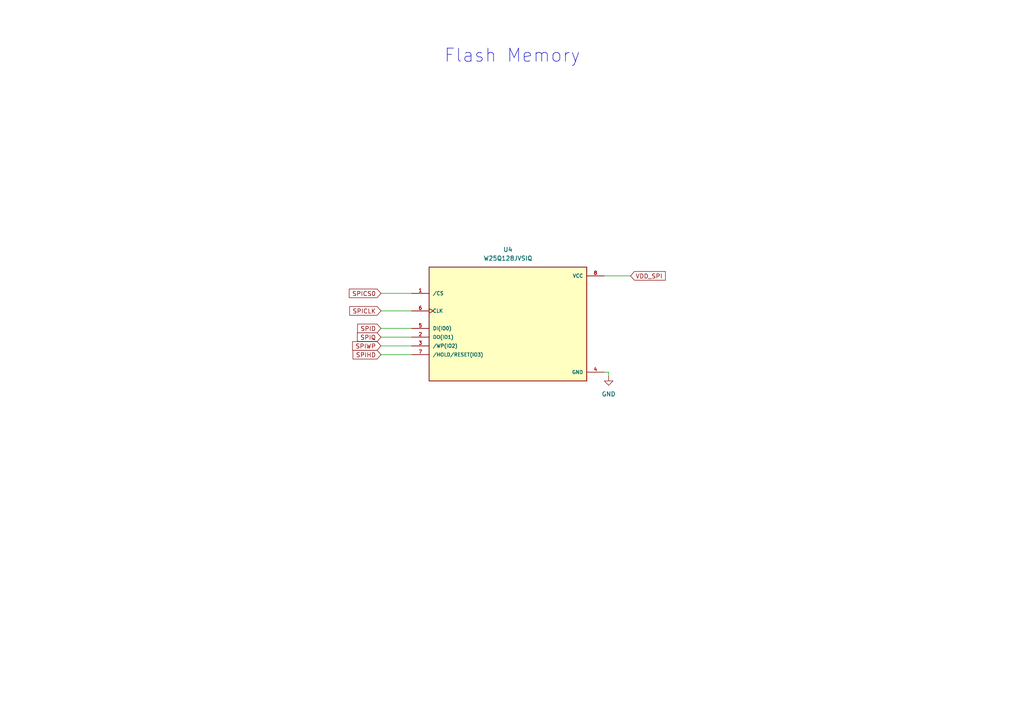
<source format=kicad_sch>
(kicad_sch
	(version 20250114)
	(generator "eeschema")
	(generator_version "9.0")
	(uuid "eb32761a-1b23-4c0c-9b7c-b688ef4080e7")
	(paper "A4")
	(lib_symbols
		(symbol "Memory_Flash:W25Q128JVSIQ"
			(pin_names
				(offset 1.016)
			)
			(exclude_from_sim no)
			(in_bom yes)
			(on_board yes)
			(property "Reference" "U"
				(at -22.86 16.002 0)
				(effects
					(font
						(size 1.27 1.27)
					)
					(justify left bottom)
				)
			)
			(property "Value" "W25Q128JVSIQ"
				(at -22.86 -20.32 0)
				(effects
					(font
						(size 1.27 1.27)
					)
					(justify left bottom)
				)
			)
			(property "Footprint" "W25Q128JVSIQ:SOIC127P790X216-8N"
				(at 0 0 0)
				(effects
					(font
						(size 1.27 1.27)
					)
					(justify bottom)
					(hide yes)
				)
			)
			(property "Datasheet" ""
				(at 0 0 0)
				(effects
					(font
						(size 1.27 1.27)
					)
					(hide yes)
				)
			)
			(property "Description" ""
				(at 0 0 0)
				(effects
					(font
						(size 1.27 1.27)
					)
					(hide yes)
				)
			)
			(property "MF" "Winbond Electronics"
				(at 0 0 0)
				(effects
					(font
						(size 1.27 1.27)
					)
					(justify bottom)
					(hide yes)
				)
			)
			(property "MAXIMUM_PACKAGE_HEIGHT" "2.16 mm"
				(at 0 0 0)
				(effects
					(font
						(size 1.27 1.27)
					)
					(justify bottom)
					(hide yes)
				)
			)
			(property "Package" "SOIC-8 Winbond Electronics"
				(at 0 0 0)
				(effects
					(font
						(size 1.27 1.27)
					)
					(justify bottom)
					(hide yes)
				)
			)
			(property "Price" "None"
				(at 0 0 0)
				(effects
					(font
						(size 1.27 1.27)
					)
					(justify bottom)
					(hide yes)
				)
			)
			(property "Check_prices" "https://www.snapeda.com/parts/W25Q128JVSIQ/Winbond/view-part/?ref=eda"
				(at 0 0 0)
				(effects
					(font
						(size 1.27 1.27)
					)
					(justify bottom)
					(hide yes)
				)
			)
			(property "STANDARD" "IPC-7351B"
				(at 0 0 0)
				(effects
					(font
						(size 1.27 1.27)
					)
					(justify bottom)
					(hide yes)
				)
			)
			(property "PARTREV" "I"
				(at 0 0 0)
				(effects
					(font
						(size 1.27 1.27)
					)
					(justify bottom)
					(hide yes)
				)
			)
			(property "SnapEDA_Link" "https://www.snapeda.com/parts/W25Q128JVSIQ/Winbond/view-part/?ref=snap"
				(at 0 0 0)
				(effects
					(font
						(size 1.27 1.27)
					)
					(justify bottom)
					(hide yes)
				)
			)
			(property "MP" "W25Q128JVSIQ"
				(at 0 0 0)
				(effects
					(font
						(size 1.27 1.27)
					)
					(justify bottom)
					(hide yes)
				)
			)
			(property "Description_1" "FLASH - NOR Memory IC 128Mb (16M x 8) SPI - Quad I/O, QPI, DTR 133 MHz 8-SOIC"
				(at 0 0 0)
				(effects
					(font
						(size 1.27 1.27)
					)
					(justify bottom)
					(hide yes)
				)
			)
			(property "Availability" "In Stock"
				(at 0 0 0)
				(effects
					(font
						(size 1.27 1.27)
					)
					(justify bottom)
					(hide yes)
				)
			)
			(property "MANUFACTURER" "Winbond Electronics"
				(at 0 0 0)
				(effects
					(font
						(size 1.27 1.27)
					)
					(justify bottom)
					(hide yes)
				)
			)
			(symbol "W25Q128JVSIQ_0_0"
				(rectangle
					(start -22.86 -17.78)
					(end 22.86 15.24)
					(stroke
						(width 0.254)
						(type default)
					)
					(fill
						(type background)
					)
				)
				(pin input line
					(at -27.94 7.62 0)
					(length 5.08)
					(name "/CS"
						(effects
							(font
								(size 1.016 1.016)
							)
						)
					)
					(number "1"
						(effects
							(font
								(size 1.016 1.016)
							)
						)
					)
				)
				(pin input clock
					(at -27.94 2.54 0)
					(length 5.08)
					(name "CLK"
						(effects
							(font
								(size 1.016 1.016)
							)
						)
					)
					(number "6"
						(effects
							(font
								(size 1.016 1.016)
							)
						)
					)
				)
				(pin bidirectional line
					(at -27.94 -2.54 0)
					(length 5.08)
					(name "DI(IO0)"
						(effects
							(font
								(size 1.016 1.016)
							)
						)
					)
					(number "5"
						(effects
							(font
								(size 1.016 1.016)
							)
						)
					)
				)
				(pin bidirectional line
					(at -27.94 -5.08 0)
					(length 5.08)
					(name "DO(IO1)"
						(effects
							(font
								(size 1.016 1.016)
							)
						)
					)
					(number "2"
						(effects
							(font
								(size 1.016 1.016)
							)
						)
					)
				)
				(pin bidirectional line
					(at -27.94 -7.62 0)
					(length 5.08)
					(name "/WP(IO2)"
						(effects
							(font
								(size 1.016 1.016)
							)
						)
					)
					(number "3"
						(effects
							(font
								(size 1.016 1.016)
							)
						)
					)
				)
				(pin bidirectional line
					(at -27.94 -10.16 0)
					(length 5.08)
					(name "/HOLD/RESET(IO3)"
						(effects
							(font
								(size 1.016 1.016)
							)
						)
					)
					(number "7"
						(effects
							(font
								(size 1.016 1.016)
							)
						)
					)
				)
				(pin power_in line
					(at 27.94 12.7 180)
					(length 5.08)
					(name "VCC"
						(effects
							(font
								(size 1.016 1.016)
							)
						)
					)
					(number "8"
						(effects
							(font
								(size 1.016 1.016)
							)
						)
					)
				)
				(pin power_in line
					(at 27.94 -15.24 180)
					(length 5.08)
					(name "GND"
						(effects
							(font
								(size 1.016 1.016)
							)
						)
					)
					(number "4"
						(effects
							(font
								(size 1.016 1.016)
							)
						)
					)
				)
			)
			(embedded_fonts no)
		)
		(symbol "power:GND"
			(power)
			(pin_numbers
				(hide yes)
			)
			(pin_names
				(offset 0)
				(hide yes)
			)
			(exclude_from_sim no)
			(in_bom yes)
			(on_board yes)
			(property "Reference" "#PWR"
				(at 0 -6.35 0)
				(effects
					(font
						(size 1.27 1.27)
					)
					(hide yes)
				)
			)
			(property "Value" "GND"
				(at 0 -3.81 0)
				(effects
					(font
						(size 1.27 1.27)
					)
				)
			)
			(property "Footprint" ""
				(at 0 0 0)
				(effects
					(font
						(size 1.27 1.27)
					)
					(hide yes)
				)
			)
			(property "Datasheet" ""
				(at 0 0 0)
				(effects
					(font
						(size 1.27 1.27)
					)
					(hide yes)
				)
			)
			(property "Description" "Power symbol creates a global label with name \"GND\" , ground"
				(at 0 0 0)
				(effects
					(font
						(size 1.27 1.27)
					)
					(hide yes)
				)
			)
			(property "ki_keywords" "global power"
				(at 0 0 0)
				(effects
					(font
						(size 1.27 1.27)
					)
					(hide yes)
				)
			)
			(symbol "GND_0_1"
				(polyline
					(pts
						(xy 0 0) (xy 0 -1.27) (xy 1.27 -1.27) (xy 0 -2.54) (xy -1.27 -1.27) (xy 0 -1.27)
					)
					(stroke
						(width 0)
						(type default)
					)
					(fill
						(type none)
					)
				)
			)
			(symbol "GND_1_1"
				(pin power_in line
					(at 0 0 270)
					(length 0)
					(name "~"
						(effects
							(font
								(size 1.27 1.27)
							)
						)
					)
					(number "1"
						(effects
							(font
								(size 1.27 1.27)
							)
						)
					)
				)
			)
			(embedded_fonts no)
		)
	)
	(text "Flash Memory"
		(exclude_from_sim no)
		(at 148.59 16.256 0)
		(effects
			(font
				(size 3.81 3.81)
			)
		)
		(uuid "bcdde0da-02f2-418b-b72c-fd1b31f2b21c")
	)
	(wire
		(pts
			(xy 110.49 85.09) (xy 119.38 85.09)
		)
		(stroke
			(width 0)
			(type default)
		)
		(uuid "3fc64ec9-b436-44bb-b3ff-159aa91d95c2")
	)
	(wire
		(pts
			(xy 176.53 107.95) (xy 176.53 109.22)
		)
		(stroke
			(width 0)
			(type default)
		)
		(uuid "464c59f9-0838-4d2a-b5b2-8e27d66ba050")
	)
	(wire
		(pts
			(xy 110.49 97.79) (xy 119.38 97.79)
		)
		(stroke
			(width 0)
			(type default)
		)
		(uuid "47f0f91e-8fbe-473c-b684-47a49ecca4e3")
	)
	(wire
		(pts
			(xy 110.49 102.87) (xy 119.38 102.87)
		)
		(stroke
			(width 0)
			(type default)
		)
		(uuid "53502426-9ea3-4878-bfcb-360bc88473bb")
	)
	(wire
		(pts
			(xy 110.49 95.25) (xy 119.38 95.25)
		)
		(stroke
			(width 0)
			(type default)
		)
		(uuid "659066a8-78cd-4a07-a722-0033624b7443")
	)
	(wire
		(pts
			(xy 175.26 80.01) (xy 182.88 80.01)
		)
		(stroke
			(width 0)
			(type default)
		)
		(uuid "7afd219b-9499-4d33-a7aa-daae996f6f1b")
	)
	(wire
		(pts
			(xy 175.26 107.95) (xy 176.53 107.95)
		)
		(stroke
			(width 0)
			(type default)
		)
		(uuid "a40efb70-25a8-4a79-920d-7fa7b7682ddc")
	)
	(wire
		(pts
			(xy 110.49 100.33) (xy 119.38 100.33)
		)
		(stroke
			(width 0)
			(type default)
		)
		(uuid "ab170055-1b45-42cc-bf53-2654ecec3862")
	)
	(wire
		(pts
			(xy 110.49 90.17) (xy 119.38 90.17)
		)
		(stroke
			(width 0)
			(type default)
		)
		(uuid "db5a73d2-b5af-4019-9d56-bb5c0451c893")
	)
	(global_label "SPIHD"
		(shape input)
		(at 110.49 102.87 180)
		(fields_autoplaced yes)
		(effects
			(font
				(size 1.27 1.27)
			)
			(justify right)
		)
		(uuid "078262a7-d4d6-45a1-b463-a74bb10696dc")
		(property "Intersheetrefs" "${INTERSHEET_REFS}"
			(at 101.82 102.87 0)
			(effects
				(font
					(size 1.27 1.27)
				)
				(justify right)
				(hide yes)
			)
		)
	)
	(global_label "SPICLK"
		(shape input)
		(at 110.49 90.17 180)
		(fields_autoplaced yes)
		(effects
			(font
				(size 1.27 1.27)
			)
			(justify right)
		)
		(uuid "1dab0e96-ebc4-4c28-a4a8-327456c95596")
		(property "Intersheetrefs" "${INTERSHEET_REFS}"
			(at 100.8524 90.17 0)
			(effects
				(font
					(size 1.27 1.27)
				)
				(justify right)
				(hide yes)
			)
		)
	)
	(global_label "VDD_SPI"
		(shape input)
		(at 182.88 80.01 0)
		(fields_autoplaced yes)
		(effects
			(font
				(size 1.27 1.27)
			)
			(justify left)
		)
		(uuid "29243f27-9057-48af-b547-57b30455dce7")
		(property "Intersheetrefs" "${INTERSHEET_REFS}"
			(at 193.5457 80.01 0)
			(effects
				(font
					(size 1.27 1.27)
				)
				(justify left)
				(hide yes)
			)
		)
	)
	(global_label "SPIQ"
		(shape input)
		(at 110.49 97.79 180)
		(fields_autoplaced yes)
		(effects
			(font
				(size 1.27 1.27)
			)
			(justify right)
		)
		(uuid "5869dbb4-2646-4d04-8cb6-b4c7a29f8ce7")
		(property "Intersheetrefs" "${INTERSHEET_REFS}"
			(at 103.09 97.79 0)
			(effects
				(font
					(size 1.27 1.27)
				)
				(justify right)
				(hide yes)
			)
		)
	)
	(global_label "SPID"
		(shape input)
		(at 110.49 95.25 180)
		(fields_autoplaced yes)
		(effects
			(font
				(size 1.27 1.27)
			)
			(justify right)
		)
		(uuid "8c3c3e51-b59f-47b6-a9ab-905ce568971f")
		(property "Intersheetrefs" "${INTERSHEET_REFS}"
			(at 103.1505 95.25 0)
			(effects
				(font
					(size 1.27 1.27)
				)
				(justify right)
				(hide yes)
			)
		)
	)
	(global_label "SPIWP"
		(shape input)
		(at 110.49 100.33 180)
		(fields_autoplaced yes)
		(effects
			(font
				(size 1.27 1.27)
			)
			(justify right)
		)
		(uuid "bca3ab1c-85fb-4843-9e8f-0e243e02d1d5")
		(property "Intersheetrefs" "${INTERSHEET_REFS}"
			(at 101.6991 100.33 0)
			(effects
				(font
					(size 1.27 1.27)
				)
				(justify right)
				(hide yes)
			)
		)
	)
	(global_label "SPICS0"
		(shape input)
		(at 110.49 85.09 180)
		(fields_autoplaced yes)
		(effects
			(font
				(size 1.27 1.27)
			)
			(justify right)
		)
		(uuid "edb3b6c5-e440-43fd-90dc-92de9d369c06")
		(property "Intersheetrefs" "${INTERSHEET_REFS}"
			(at 100.7315 85.09 0)
			(effects
				(font
					(size 1.27 1.27)
				)
				(justify right)
				(hide yes)
			)
		)
	)
	(symbol
		(lib_id "Memory_Flash:W25Q128JVSIQ")
		(at 147.32 92.71 0)
		(unit 1)
		(exclude_from_sim no)
		(in_bom yes)
		(on_board yes)
		(dnp no)
		(fields_autoplaced yes)
		(uuid "2165d20d-f238-498b-961a-80f3b2afcde6")
		(property "Reference" "U4"
			(at 147.32 72.39 0)
			(effects
				(font
					(size 1.27 1.27)
				)
			)
		)
		(property "Value" "W25Q128JVSIQ"
			(at 147.32 74.93 0)
			(effects
				(font
					(size 1.27 1.27)
				)
			)
		)
		(property "Footprint" "Package_SO:SOIC127P790X216-8N"
			(at 147.32 92.71 0)
			(effects
				(font
					(size 1.27 1.27)
				)
				(justify bottom)
				(hide yes)
			)
		)
		(property "Datasheet" ""
			(at 147.32 92.71 0)
			(effects
				(font
					(size 1.27 1.27)
				)
				(hide yes)
			)
		)
		(property "Description" ""
			(at 147.32 92.71 0)
			(effects
				(font
					(size 1.27 1.27)
				)
				(hide yes)
			)
		)
		(property "MF" "Winbond Electronics"
			(at 147.32 92.71 0)
			(effects
				(font
					(size 1.27 1.27)
				)
				(justify bottom)
				(hide yes)
			)
		)
		(property "MAXIMUM_PACKAGE_HEIGHT" "2.16 mm"
			(at 147.32 92.71 0)
			(effects
				(font
					(size 1.27 1.27)
				)
				(justify bottom)
				(hide yes)
			)
		)
		(property "Package" "SOIC-8 Winbond Electronics"
			(at 147.32 92.71 0)
			(effects
				(font
					(size 1.27 1.27)
				)
				(justify bottom)
				(hide yes)
			)
		)
		(property "Price" "None"
			(at 147.32 92.71 0)
			(effects
				(font
					(size 1.27 1.27)
				)
				(justify bottom)
				(hide yes)
			)
		)
		(property "Check_prices" "https://www.snapeda.com/parts/W25Q128JVSIQ/Winbond/view-part/?ref=eda"
			(at 147.32 92.71 0)
			(effects
				(font
					(size 1.27 1.27)
				)
				(justify bottom)
				(hide yes)
			)
		)
		(property "STANDARD" "IPC-7351B"
			(at 147.32 92.71 0)
			(effects
				(font
					(size 1.27 1.27)
				)
				(justify bottom)
				(hide yes)
			)
		)
		(property "PARTREV" "I"
			(at 147.32 92.71 0)
			(effects
				(font
					(size 1.27 1.27)
				)
				(justify bottom)
				(hide yes)
			)
		)
		(property "SnapEDA_Link" "https://www.snapeda.com/parts/W25Q128JVSIQ/Winbond/view-part/?ref=snap"
			(at 147.32 92.71 0)
			(effects
				(font
					(size 1.27 1.27)
				)
				(justify bottom)
				(hide yes)
			)
		)
		(property "MP" "W25Q128JVSIQ"
			(at 147.32 92.71 0)
			(effects
				(font
					(size 1.27 1.27)
				)
				(justify bottom)
				(hide yes)
			)
		)
		(property "Description_1" "FLASH - NOR Memory IC 128Mb (16M x 8) SPI - Quad I/O, QPI, DTR 133 MHz 8-SOIC"
			(at 147.32 92.71 0)
			(effects
				(font
					(size 1.27 1.27)
				)
				(justify bottom)
				(hide yes)
			)
		)
		(property "Availability" "In Stock"
			(at 147.32 92.71 0)
			(effects
				(font
					(size 1.27 1.27)
				)
				(justify bottom)
				(hide yes)
			)
		)
		(property "MANUFACTURER" "Winbond Electronics"
			(at 147.32 92.71 0)
			(effects
				(font
					(size 1.27 1.27)
				)
				(justify bottom)
				(hide yes)
			)
		)
		(property "MPN" "W25Q128JVSIQ"
			(at 147.32 92.71 0)
			(effects
				(font
					(size 1.27 1.27)
				)
				(hide yes)
			)
		)
		(pin "3"
			(uuid "1b2461c9-ac82-4583-a787-84b1d610455c")
		)
		(pin "4"
			(uuid "00e2be75-6a0c-492d-be51-31ac6e4fb620")
		)
		(pin "6"
			(uuid "842c20ca-ade1-4e3e-9e52-df5495869ea8")
		)
		(pin "5"
			(uuid "5a6041bb-f589-4a65-9bda-0848dddf6453")
		)
		(pin "1"
			(uuid "33783565-a004-45d2-9ca2-bb032c202fc9")
		)
		(pin "2"
			(uuid "2d0956ed-5f53-4c6a-bba2-4c4e8ff4d2f9")
		)
		(pin "7"
			(uuid "7ce2ff6b-ec06-46d2-8db6-83ea2588c573")
		)
		(pin "8"
			(uuid "24284eb6-8603-4904-b22c-b48697bd36e9")
		)
		(instances
			(project "ESP32-S3_Bare_Chip"
				(path "/7ca11540-523a-494e-81ce-32dcfd04380d/359ba80f-2d7b-4998-bf97-1bc80a38a838"
					(reference "U4")
					(unit 1)
				)
			)
		)
	)
	(symbol
		(lib_id "power:GND")
		(at 176.53 109.22 0)
		(unit 1)
		(exclude_from_sim no)
		(in_bom yes)
		(on_board yes)
		(dnp no)
		(fields_autoplaced yes)
		(uuid "33022316-dea8-4564-ab9f-21bc382ae820")
		(property "Reference" "#PWR033"
			(at 176.53 115.57 0)
			(effects
				(font
					(size 1.27 1.27)
				)
				(hide yes)
			)
		)
		(property "Value" "GND"
			(at 176.53 114.3 0)
			(effects
				(font
					(size 1.27 1.27)
				)
			)
		)
		(property "Footprint" ""
			(at 176.53 109.22 0)
			(effects
				(font
					(size 1.27 1.27)
				)
				(hide yes)
			)
		)
		(property "Datasheet" ""
			(at 176.53 109.22 0)
			(effects
				(font
					(size 1.27 1.27)
				)
				(hide yes)
			)
		)
		(property "Description" "Power symbol creates a global label with name \"GND\" , ground"
			(at 176.53 109.22 0)
			(effects
				(font
					(size 1.27 1.27)
				)
				(hide yes)
			)
		)
		(pin "1"
			(uuid "26b1731b-2314-4247-8333-b521c20fb618")
		)
		(instances
			(project "ESP32-S3_Bare_Chip"
				(path "/7ca11540-523a-494e-81ce-32dcfd04380d/359ba80f-2d7b-4998-bf97-1bc80a38a838"
					(reference "#PWR033")
					(unit 1)
				)
			)
		)
	)
)

</source>
